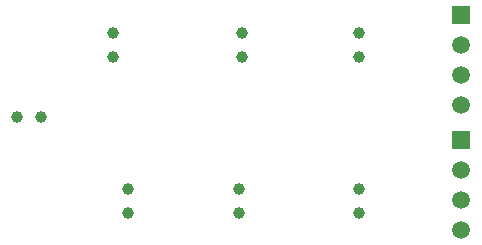
<source format=gbl>
G04*
G04 #@! TF.GenerationSoftware,Altium Limited,Altium Designer,21.3.2 (30)*
G04*
G04 Layer_Physical_Order=2*
G04 Layer_Color=16711680*
%FSLAX25Y25*%
%MOIN*%
G70*
G04*
G04 #@! TF.SameCoordinates,6AFA8AC4-1F2B-44AF-8278-4DB4029EB304*
G04*
G04*
G04 #@! TF.FilePolarity,Positive*
G04*
G01*
G75*
%ADD24C,0.03937*%
%ADD25R,0.05906X0.05906*%
%ADD26C,0.05906*%
D24*
X369000Y134000D02*
D03*
Y126000D02*
D03*
X329000Y134000D02*
D03*
Y126000D02*
D03*
X292000Y134000D02*
D03*
Y126000D02*
D03*
X369000Y178000D02*
D03*
Y186000D02*
D03*
X330000Y178000D02*
D03*
Y186000D02*
D03*
X287000Y178000D02*
D03*
Y186000D02*
D03*
X263000Y158000D02*
D03*
X255000D02*
D03*
D25*
X403000Y150212D02*
D03*
Y192000D02*
D03*
D26*
Y140212D02*
D03*
Y130212D02*
D03*
Y120212D02*
D03*
Y162000D02*
D03*
Y172000D02*
D03*
Y182000D02*
D03*
M02*

</source>
